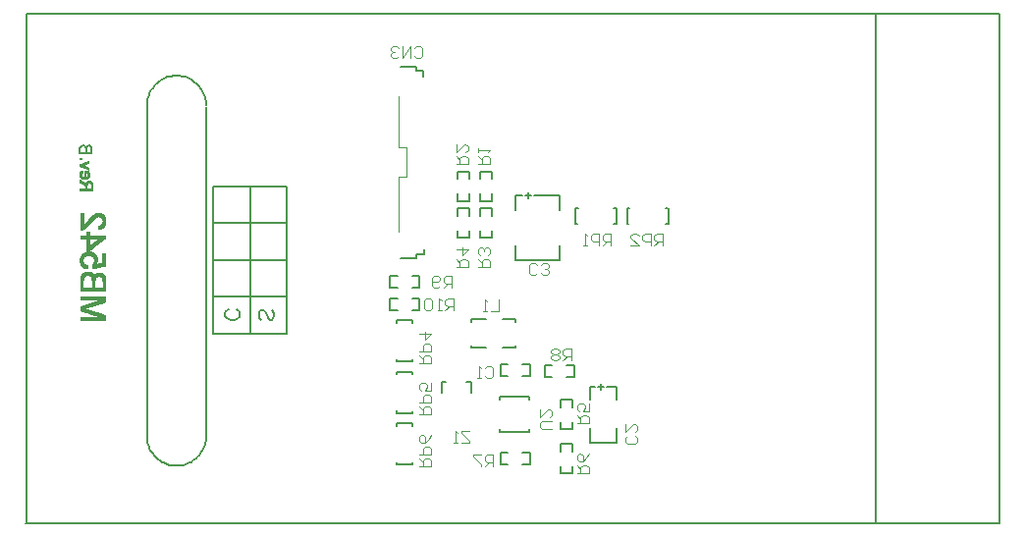
<source format=gbr>
%FSTAX23Y23*%
%MOIN*%
%SFA1B1*%

%IPPOS*%
%ADD16C,0.008000*%
%ADD17C,0.005000*%
%ADD36C,0.006000*%
%ADD37C,0.001000*%
%ADD38C,0.004000*%
%ADD39C,0.003000*%
%LNmb542c-1*%
%LPD*%
G54D16*
X-02221Y-00893D02*
X-02216Y-00896D01*
X-02211Y-009*
X-02209Y-00905*
Y-00915*
X-02211Y-00919*
X-02216Y-00924*
X-02221Y-00927*
X-02228Y-00929*
X-0224*
X-02247Y-00927*
X-02252Y-00924*
X-02257Y-00919*
X-02259Y-00915*
Y-00905*
X-02257Y-009*
X-02252Y-00896*
X-02247Y-00893*
X-02101Y-00896D02*
X-02096Y-009D01*
X-02094Y-00908*
Y-00917*
X-02096Y-00924*
X-02101Y-00929*
X-02106*
X-02111Y-00927*
X-02113Y-00924*
X-02115Y-00919*
X-0212Y-00905*
X-02123Y-009*
X-02125Y-00898*
X-0213Y-00896*
X-02137*
X-02142Y-009*
X-02144Y-00908*
Y-00917*
X-02142Y-00924*
X-02137Y-00929*
G54D17*
X-0124Y-00505D02*
X-0122D01*
X-0123Y-00515D02*
Y-00495D01*
X-00995Y-01155D02*
X-00975D01*
X-00985Y-01165D02*
Y-01145D01*
X-01326Y-01198D02*
Y-01188D01*
X-01226*
Y-01198D02*
Y-01188D01*
X-01326Y-01308D02*
Y-01298D01*
Y-01308D02*
X-01226D01*
Y-01298*
X-02175Y-00975D02*
Y-00475D01*
X-023Y-006D02*
X-0205D01*
X-023Y-00725D02*
X-0205D01*
X-023Y-0085D02*
X-02265D01*
X-02295D02*
X-0205D01*
X-023Y-00975D02*
X-0205D01*
X-023D02*
Y-00475D01*
X-0205*
Y-00975D02*
Y-00475D01*
X-01425Y-01175D02*
Y-0114D01*
X-0144D02*
X-01425D01*
X-01525Y-01175D02*
Y-0114D01*
X-0151*
X-01609Y-00705D02*
X-01582D01*
Y-00689*
X-01586Y-00102D02*
Y-00083D01*
X-0161D02*
X-01586D01*
X-01665Y-00719D02*
X-01609D01*
Y-00705*
X-01665Y-00069D02*
X-0161D01*
Y-00083D02*
Y-00069D01*
X-0005Y-0162D02*
Y00112D01*
X-02712Y-00364D02*
X-02752D01*
X-02712D02*
Y-00347D01*
X-02714Y-00341*
X-02716Y-00339*
X-0272Y-00337*
X-02723*
X-02727Y-00339*
X-02729Y-00341*
X-02731Y-00347*
Y-00364D02*
Y-00347D01*
X-02733Y-00341*
X-02735Y-00339*
X-02739Y-00337*
X-02744*
X-02748Y-00339*
X-0275Y-00341*
X-02752Y-00347*
Y-00364*
X-02525Y-01325D02*
D01*
X-02524Y-01331*
X-02524Y-01338*
X-02522Y-01345*
X-02521Y-01352*
X-02518Y-01359*
X-02516Y-01365*
X-02513Y-01371*
X-02509Y-01377*
X-02505Y-01383*
X-02501Y-01389*
X-02496Y-01394*
X-02491Y-01399*
X-02486Y-01403*
X-0248Y-01407*
X-02475Y-01411*
X-02468Y-01414*
X-02462Y-01417*
X-02455Y-0142*
X-02449Y-01422*
X-02442Y-01423*
X-02435Y-01424*
X-02428Y-01424*
X-02421*
X-02414Y-01424*
X-02407Y-01423*
X-024Y-01422*
X-02394Y-0142*
X-02387Y-01417*
X-02381Y-01414*
X-02374Y-01411*
X-02369Y-01407*
X-02363Y-01403*
X-02358Y-01399*
X-02353Y-01394*
X-02348Y-01389*
X-02344Y-01383*
X-0234Y-01377*
X-02336Y-01371*
X-02333Y-01365*
X-02331Y-01359*
X-02328Y-01352*
X-02327Y-01345*
X-02325Y-01338*
X-02325Y-01331*
X-02325Y-01325*
Y-002D02*
D01*
X-02325Y-00193*
X-02325Y-00186*
X-02327Y-00179*
X-02328Y-00172*
X-02331Y-00165*
X-02333Y-00159*
X-02336Y-00153*
X-0234Y-00147*
X-02344Y-00141*
X-02348Y-00135*
X-02353Y-0013*
X-02358Y-00125*
X-02363Y-00121*
X-02369Y-00117*
X-02375Y-00113*
X-02381Y-0011*
X-02387Y-00107*
X-02394Y-00104*
X-024Y-00102*
X-02407Y-00101*
X-02414Y-001*
X-02421Y-001*
X-02428*
X-02435Y-001*
X-02442Y-00101*
X-02449Y-00102*
X-02455Y-00104*
X-02462Y-00107*
X-02468Y-0011*
X-02475Y-00113*
X-0248Y-00117*
X-02486Y-00121*
X-02491Y-00125*
X-02496Y-0013*
X-02501Y-00135*
X-02505Y-00141*
X-02509Y-00147*
X-02513Y-00153*
X-02516Y-00159*
X-02518Y-00165*
X-02521Y-00172*
X-02522Y-00179*
X-02524Y-00186*
X-02524Y-00193*
X-02525Y-002*
X-02938Y-0162D02*
X0037D01*
X-02935D02*
Y0011D01*
X-02325Y-01325D02*
Y-00205D01*
X-02525Y-01325D02*
Y-002D01*
X0037Y-0162D02*
Y00112D01*
Y-0162D03*
X-02935Y0011D02*
X0037Y00112D01*
G54D36*
X-01275Y-00515D02*
Y-00505D01*
X-0121D02*
X-01125D01*
Y-00725D02*
Y-00675D01*
X-01275Y-00725D02*
X-01125D01*
X-01275D02*
Y-00675D01*
Y-00555D02*
Y-00505D01*
X-01125Y-00555D02*
Y-00505D01*
X-01275D02*
X-0125D01*
X-0093Y-012D02*
Y-01155D01*
X-0102Y-012D02*
Y-01155D01*
Y-01345D02*
Y-01295D01*
Y-01345D02*
X-0093D01*
Y-01295*
X-00965Y-01155D02*
X-0093D01*
X-0102D02*
X-01005D01*
X-01275Y-00935D02*
Y-00926D01*
Y-01024D02*
Y-01015D01*
X-01425Y-01024D02*
Y-01015D01*
Y-00935D02*
Y-00926D01*
X-01317D02*
X-01275D01*
X-01317Y-01024D02*
X-01275D01*
X-01425Y-00926D02*
X-01372D01*
X-01425Y-01024D02*
X-01372D01*
X-01099Y-01122D02*
X-01074D01*
Y-01082*
X-01099D02*
X-01074D01*
X-01174D02*
X-01149D01*
X-01174Y-01122D02*
Y-01082D01*
Y-01122D02*
X-01149D01*
X-01622Y-01245D02*
Y-01239D01*
X-01678Y-01245D02*
X-01622D01*
X-01678D02*
Y-01236D01*
Y-01114D02*
Y-01106D01*
Y-01105D02*
X-01622D01*
Y-01114D02*
Y-01105D01*
X-0125Y-0112D02*
X-01225D01*
Y-0108*
X-0125D02*
X-01225D01*
X-01325D02*
X-013D01*
X-01325Y-0112D02*
Y-0108D01*
Y-0112D02*
X-013D01*
X-01622Y-01289D02*
Y-0128D01*
X-01678D02*
X-01622D01*
X-01678Y-01289D02*
Y-01281D01*
Y-0142D02*
Y-01411D01*
Y-0142D02*
X-01622D01*
Y-01414*
Y-0107D02*
Y-01064D01*
X-01678Y-0107D02*
X-01622D01*
X-01678D02*
Y-01061D01*
Y-00939D02*
Y-00931D01*
Y-0093D02*
X-01622D01*
Y-00939D02*
Y-0093D01*
X-0147Y-0065D02*
Y-00625D01*
Y-0065D02*
X-0143D01*
Y-00625*
Y-00575D02*
Y-0055D01*
X-0147D02*
X-0143D01*
X-0147Y-00575D02*
Y-0055D01*
X-01395Y-0065D02*
Y-00625D01*
Y-0065D02*
X-01355D01*
Y-00625*
Y-00575D02*
Y-0055D01*
X-01395D02*
X-01355D01*
X-01395Y-00575D02*
Y-0055D01*
X-0147Y-00525D02*
Y-005D01*
Y-00525D02*
X-0143D01*
Y-005*
Y-0045D02*
Y-00425D01*
X-0147D02*
X-0143D01*
X-0147Y-0045D02*
Y-00425D01*
X-01395Y-00525D02*
Y-005D01*
Y-00525D02*
X-01355D01*
Y-005*
Y-0045D02*
Y-00425D01*
X-01395D02*
X-01355D01*
X-01395Y-0045D02*
Y-00425D01*
X-0125Y-0142D02*
X-01225D01*
Y-0138*
X-0125D02*
X-01225D01*
X-01325D02*
X-013D01*
X-01325Y-0142D02*
Y-0138D01*
Y-0142D02*
X-013D01*
X-0112Y-0145D02*
Y-01425D01*
Y-0145D02*
X-0108D01*
Y-01425*
Y-01375D02*
Y-0135D01*
X-0112D02*
X-0108D01*
X-0112Y-01375D02*
Y-0135D01*
X-0108Y-01225D02*
Y-012D01*
X-0112D02*
X-0108D01*
X-0112Y-01225D02*
Y-012D01*
Y-013D02*
Y-01275D01*
Y-013D02*
X-0108D01*
Y-01275*
X-00939Y-00603D02*
X-0093D01*
Y-00548*
X-00939D02*
X-00931D01*
X-0107D02*
X-01061D01*
X-0107Y-00603D02*
Y-00548D01*
Y-00603D02*
X-01064D01*
X-00764D02*
X-00755D01*
Y-00548*
X-00764D02*
X-00756D01*
X-00895D02*
X-00886D01*
X-00895Y-00603D02*
Y-00548D01*
Y-00603D02*
X-00889D01*
X-017Y-00895D02*
X-01675D01*
X-017D02*
Y-00855D01*
X-01675*
X-01625D02*
X-016D01*
Y-00895D02*
Y-00855D01*
X-01625Y-00895D02*
X-016D01*
X-01625Y-0082D02*
X-016D01*
Y-0078*
X-01625D02*
X-016D01*
X-017D02*
X-01675D01*
X-017Y-0082D02*
Y-0078D01*
Y-0082D02*
X-01675D01*
G54D37*
X-02751Y-00897D02*
Y-00883D01*
X-02737Y-00901D02*
Y-0089D01*
X-02736Y-00901D02*
Y-0089D01*
X-02735Y-00902D02*
Y-0089D01*
X-02734Y-00902D02*
Y-00891D01*
X-02733Y-00902D02*
Y-00891D01*
X-02732Y-00903D02*
Y-00891D01*
X-02731Y-00903D02*
Y-00892D01*
X-0273Y-00903D02*
Y-00892D01*
X-02729Y-00904D02*
Y-00892D01*
X-02728Y-00904D02*
Y-00892D01*
X-02727Y-00904D02*
Y-00893D01*
X-02726Y-00904D02*
Y-00893D01*
X-02725Y-00905D02*
Y-00893D01*
X-02724Y-00905D02*
Y-00894D01*
X-02723Y-00905D02*
Y-00894D01*
X-02722Y-00906D02*
Y-00894D01*
X-02721Y-00906D02*
Y-00895D01*
X-0272Y-00906D02*
Y-00895D01*
X-02719Y-00907D02*
Y-00895D01*
X-02718Y-00907D02*
Y-00896D01*
X-02717Y-00907D02*
Y-00896D01*
X-02716Y-00908D02*
Y-00896D01*
X-02715Y-00908D02*
Y-00897D01*
X-02714Y-00908D02*
Y-00897D01*
X-02713Y-00909D02*
Y-00897D01*
X-02712Y-00909D02*
Y-00898D01*
X-02711Y-00909D02*
Y-00898D01*
X-0271Y-00909D02*
Y-00898D01*
X-02709Y-0091D02*
Y-00898D01*
X-02708Y-0091D02*
Y-00899D01*
X-02707Y-0091D02*
Y-00899D01*
X-02706Y-00911D02*
Y-00899D01*
X-02705Y-00911D02*
Y-009D01*
X-02704Y-00911D02*
Y-009D01*
X-02703Y-00912D02*
Y-009D01*
X-02702Y-00912D02*
Y-00901D01*
X-02701Y-00912D02*
Y-00901D01*
X-02745Y-0093D02*
Y-00919D01*
X-02666Y-00601D02*
Y-00584D01*
Y-00829D02*
Y-00786D01*
Y-00867D02*
Y-00849D01*
Y-0093D02*
Y-00912D01*
X-02667Y-00604D02*
Y-00581D01*
Y-0065D02*
Y-00641D01*
Y-00745D02*
Y-00702D01*
Y-00829D02*
Y-00782D01*
Y-00867D02*
Y-00849D01*
Y-0093D02*
Y-00912D01*
X-02668Y-00607D02*
Y-00579D01*
Y-00651D02*
Y-00641D01*
Y-00745D02*
Y-00702D01*
Y-00829D02*
Y-0078D01*
Y-00867D02*
Y-00849D01*
Y-0093D02*
Y-00911D01*
X-02669Y-00609D02*
Y-00577D01*
Y-00651D02*
Y-00641D01*
Y-00745D02*
Y-00702D01*
Y-00829D02*
Y-00778D01*
Y-00868D02*
Y-00849D01*
Y-0093D02*
Y-00911D01*
X-0267Y-0061D02*
Y-00575D01*
Y-00652D02*
Y-00641D01*
Y-00745D02*
Y-00702D01*
Y-00829D02*
Y-00777D01*
Y-00868D02*
Y-00849D01*
Y-0093D02*
Y-00911D01*
X-02671Y-00612D02*
Y-00574D01*
Y-00653D02*
Y-00641D01*
Y-00745D02*
Y-00702D01*
Y-00829D02*
Y-00775D01*
Y-00868D02*
Y-00849D01*
Y-0093D02*
Y-00911D01*
X-02672Y-00613D02*
Y-00573D01*
Y-00654D02*
Y-00641D01*
Y-00746D02*
Y-00702D01*
Y-00829D02*
Y-00774D01*
Y-00869D02*
Y-00849D01*
Y-0093D02*
Y-0091D01*
X-02673Y-00614D02*
Y-00572D01*
Y-00655D02*
Y-00641D01*
Y-00746D02*
Y-00702D01*
Y-00829D02*
Y-00773D01*
Y-00869D02*
Y-00849D01*
Y-0093D02*
Y-0091D01*
X-02674Y-00615D02*
Y-00571D01*
Y-00655D02*
Y-00641D01*
Y-00746D02*
Y-00702D01*
Y-00829D02*
Y-00772D01*
Y-00869D02*
Y-00849D01*
Y-0093D02*
Y-0091D01*
X-02675Y-00615D02*
Y-0057D01*
Y-00656D02*
Y-00641D01*
Y-00746D02*
Y-00702D01*
Y-00829D02*
Y-00772D01*
Y-0087D02*
Y-00849D01*
Y-0093D02*
Y-00909D01*
X-02676Y-0059D02*
Y-0057D01*
Y-00616D02*
Y-00595D01*
Y-00657D02*
Y-00641D01*
Y-00746D02*
Y-00702D01*
Y-00795D02*
Y-00771D01*
Y-00829D02*
Y-00818D01*
Y-0087D02*
Y-00849D01*
Y-0093D02*
Y-00909D01*
X-02677Y-00586D02*
Y-00569D01*
Y-00617D02*
Y-006D01*
Y-00658D02*
Y-00641D01*
Y-00747D02*
Y-00702D01*
Y-00787D02*
Y-0077D01*
Y-00829D02*
Y-00818D01*
Y-0087D02*
Y-00849D01*
Y-0093D02*
Y-00909D01*
X-02678Y-00584D02*
Y-00568D01*
Y-00617D02*
Y-00602D01*
Y-00659D02*
Y-00641D01*
Y-00747D02*
Y-00735D01*
Y-00785D02*
Y-0077D01*
Y-00829D02*
Y-00818D01*
Y-00871D02*
Y-00849D01*
Y-0093D02*
Y-00908D01*
X-02679Y-00583D02*
Y-00568D01*
Y-00618D02*
Y-00603D01*
Y-00659D02*
Y-00641D01*
Y-00747D02*
Y-00735D01*
Y-00783D02*
Y-00769D01*
Y-00829D02*
Y-00818D01*
Y-00871D02*
Y-00849D01*
Y-0093D02*
Y-00908D01*
X-0268Y-00581D02*
Y-00567D01*
Y-00618D02*
Y-00605D01*
Y-0066D02*
Y-00641D01*
Y-00747D02*
Y-00735D01*
Y-00782D02*
Y-00769D01*
Y-00829D02*
Y-00818D01*
Y-00871D02*
Y-00849D01*
Y-0093D02*
Y-00908D01*
X-02681Y-0058D02*
Y-00567D01*
Y-00619D02*
Y-00605D01*
Y-00661D02*
Y-00641D01*
Y-00747D02*
Y-00735D01*
Y-00782D02*
Y-00769D01*
Y-00829D02*
Y-00818D01*
Y-00872D02*
Y-00849D01*
Y-0093D02*
Y-00907D01*
X-02682Y-0058D02*
Y-00567D01*
Y-00619D02*
Y-00606D01*
Y-00662D02*
Y-00641D01*
Y-00748D02*
Y-00736D01*
Y-00781D02*
Y-00768D01*
Y-00829D02*
Y-00818D01*
Y-0086D02*
Y-00849D01*
Y-00872D02*
Y-00861D01*
Y-00918D02*
Y-00907D01*
Y-0093D02*
Y-00919D01*
X-02683Y-00579D02*
Y-00566D01*
Y-00619D02*
Y-00607D01*
Y-00663D02*
Y-00641D01*
Y-00748D02*
Y-00736D01*
Y-00781D02*
Y-00768D01*
Y-00829D02*
Y-00818D01*
Y-0086D02*
Y-00849D01*
Y-00872D02*
Y-00861D01*
Y-00918D02*
Y-00907D01*
Y-0093D02*
Y-00919D01*
X-02684Y-00579D02*
Y-00566D01*
Y-00619D02*
Y-00607D01*
Y-00663D02*
Y-00641D01*
Y-00748D02*
Y-00736D01*
Y-0078D02*
Y-00768D01*
Y-00829D02*
Y-00818D01*
Y-0086D02*
Y-00849D01*
Y-00872D02*
Y-00861D01*
Y-00918D02*
Y-00906D01*
Y-0093D02*
Y-00919D01*
X-02685Y-00578D02*
Y-00566D01*
Y-0062D02*
Y-00608D01*
Y-00664D02*
Y-00641D01*
Y-00748D02*
Y-00736D01*
Y-0078D02*
Y-00768D01*
Y-00829D02*
Y-00818D01*
Y-0086D02*
Y-00849D01*
Y-00873D02*
Y-00862D01*
Y-00917D02*
Y-00906D01*
Y-0093D02*
Y-00919D01*
X-02686Y-00578D02*
Y-00566D01*
Y-0062D02*
Y-00608D01*
Y-00665D02*
Y-00641D01*
Y-00748D02*
Y-00736D01*
Y-0078D02*
Y-00768D01*
Y-00829D02*
Y-00818D01*
Y-0086D02*
Y-00849D01*
Y-00873D02*
Y-00862D01*
Y-00917D02*
Y-00906D01*
Y-0093D02*
Y-00919D01*
X-02687Y-00578D02*
Y-00566D01*
Y-0062D02*
Y-00608D01*
Y-00666D02*
Y-00641D01*
Y-00749D02*
Y-00737D01*
Y-00779D02*
Y-00768D01*
Y-00829D02*
Y-00818D01*
Y-0086D02*
Y-00849D01*
Y-00873D02*
Y-00862D01*
Y-00917D02*
Y-00905D01*
Y-0093D02*
Y-00919D01*
X-02688Y-00577D02*
Y-00566D01*
Y-0062D02*
Y-00608D01*
Y-00667D02*
Y-00641D01*
Y-00749D02*
Y-00737D01*
Y-00779D02*
Y-00768D01*
Y-00829D02*
Y-00818D01*
Y-0086D02*
Y-00849D01*
Y-00874D02*
Y-00863D01*
Y-00916D02*
Y-00905D01*
Y-0093D02*
Y-00919D01*
X-02689Y-00577D02*
Y-00566D01*
Y-0062D02*
Y-00609D01*
Y-00652D02*
Y-00641D01*
Y-00667D02*
Y-00653D01*
Y-00749D02*
Y-00737D01*
Y-00779D02*
Y-00768D01*
Y-00829D02*
Y-00818D01*
Y-0086D02*
Y-00849D01*
Y-00874D02*
Y-00863D01*
Y-00916D02*
Y-00905D01*
Y-0093D02*
Y-00919D01*
X-0269Y-00577D02*
Y-00566D01*
Y-00619D02*
Y-00609D01*
Y-00652D02*
Y-00641D01*
Y-00668D02*
Y-00653D01*
Y-00749D02*
Y-00737D01*
Y-00779D02*
Y-00768D01*
Y-00829D02*
Y-00818D01*
Y-0086D02*
Y-00849D01*
Y-00874D02*
Y-00863D01*
Y-00916D02*
Y-00905D01*
Y-0093D02*
Y-00919D01*
X-02691Y-00577D02*
Y-00566D01*
Y-00652D02*
Y-00641D01*
Y-00669D02*
Y-00654D01*
Y-00749D02*
Y-00737D01*
Y-0078D02*
Y-00768D01*
Y-00829D02*
Y-00818D01*
Y-0086D02*
Y-00849D01*
Y-00875D02*
Y-00864D01*
Y-00915D02*
Y-00904D01*
Y-0093D02*
Y-00919D01*
X-02692Y-00578D02*
Y-00566D01*
Y-00652D02*
Y-00641D01*
Y-0067D02*
Y-00655D01*
Y-0075D02*
Y-00738D01*
Y-0078D02*
Y-00768D01*
Y-00829D02*
Y-00818D01*
Y-0086D02*
Y-00849D01*
Y-00875D02*
Y-00864D01*
Y-00915D02*
Y-00904D01*
Y-0093D02*
Y-00919D01*
X-02693Y-00578D02*
Y-00566D01*
Y-00652D02*
Y-00641D01*
Y-0067D02*
Y-00656D01*
Y-0075D02*
Y-00738D01*
Y-0078D02*
Y-00768D01*
Y-00829D02*
Y-00818D01*
Y-0086D02*
Y-00849D01*
Y-00875D02*
Y-00864D01*
Y-00915D02*
Y-00904D01*
Y-0093D02*
Y-00919D01*
X-02694Y-00578D02*
Y-00566D01*
Y-00652D02*
Y-00641D01*
Y-00671D02*
Y-00657D01*
Y-0075D02*
Y-00738D01*
Y-0078D02*
Y-00769D01*
Y-00829D02*
Y-00818D01*
Y-0086D02*
Y-00849D01*
Y-00876D02*
Y-00864D01*
Y-00915D02*
Y-00903D01*
Y-0093D02*
Y-00919D01*
X-02695Y-00578D02*
Y-00566D01*
Y-00652D02*
Y-00641D01*
Y-00672D02*
Y-00657D01*
Y-0073D02*
Y-00716D01*
Y-0075D02*
Y-00738D01*
Y-00781D02*
Y-00769D01*
Y-00829D02*
Y-00818D01*
Y-0086D02*
Y-00849D01*
Y-00876D02*
Y-00865D01*
Y-00914D02*
Y-00903D01*
Y-0093D02*
Y-00919D01*
X-02696Y-00579D02*
Y-00566D01*
Y-00652D02*
Y-00641D01*
Y-00673D02*
Y-00658D01*
Y-00733D02*
Y-00713D01*
Y-0075D02*
Y-00738D01*
Y-00782D02*
Y-0077D01*
Y-00829D02*
Y-00818D01*
Y-0086D02*
Y-00849D01*
Y-00876D02*
Y-00865D01*
Y-00914D02*
Y-00903D01*
Y-0093D02*
Y-00919D01*
X-02697Y-00579D02*
Y-00567D01*
Y-00652D02*
Y-00641D01*
Y-00674D02*
Y-00659D01*
Y-00735D02*
Y-00711D01*
Y-00751D02*
Y-00739D01*
Y-00782D02*
Y-0077D01*
Y-00829D02*
Y-00818D01*
Y-0086D02*
Y-00849D01*
Y-00877D02*
Y-00865D01*
Y-00914D02*
Y-00902D01*
Y-0093D02*
Y-00919D01*
X-02698Y-0058D02*
Y-00567D01*
Y-00652D02*
Y-00641D01*
Y-00674D02*
Y-0066D01*
Y-00737D02*
Y-00709D01*
Y-00751D02*
Y-00739D01*
Y-00784D02*
Y-00771D01*
Y-00829D02*
Y-00818D01*
Y-0086D02*
Y-00849D01*
Y-00877D02*
Y-00866D01*
Y-00913D02*
Y-00902D01*
Y-0093D02*
Y-00919D01*
X-02699Y-0058D02*
Y-00567D01*
Y-00652D02*
Y-00641D01*
Y-00675D02*
Y-00661D01*
Y-00738D02*
Y-00708D01*
Y-00751D02*
Y-00739D01*
Y-00785D02*
Y-00771D01*
Y-00829D02*
Y-00818D01*
Y-0086D02*
Y-00849D01*
Y-00877D02*
Y-00866D01*
Y-00913D02*
Y-00902D01*
Y-0093D02*
Y-00919D01*
X-027Y-00581D02*
Y-00568D01*
Y-00652D02*
Y-00641D01*
Y-00676D02*
Y-00661D01*
Y-00751D02*
Y-00707D01*
Y-00788D02*
Y-00772D01*
Y-00829D02*
Y-00818D01*
Y-0086D02*
Y-00849D01*
Y-00878D02*
Y-00866D01*
Y-00913D02*
Y-00901D01*
Y-0093D02*
Y-00919D01*
X-02701Y-00582D02*
Y-00568D01*
Y-00652D02*
Y-00641D01*
Y-00677D02*
Y-00662D01*
Y-00751D02*
Y-00705D01*
Y-00794D02*
Y-00773D01*
Y-00829D02*
Y-00818D01*
Y-0086D02*
Y-00849D01*
Y-00878D02*
Y-00867D01*
Y-0093D02*
Y-00919D01*
X-0271Y-0049D02*
Y-00464D01*
X-02702Y-00583D02*
Y-00569D01*
Y-00652D02*
Y-00641D01*
Y-00678D02*
Y-00663D01*
Y-00752D02*
Y-00704D01*
Y-00829D02*
Y-00774D01*
Y-0086D02*
Y-00849D01*
Y-00878D02*
Y-00867D01*
Y-0093D02*
Y-00919D01*
X-02711Y-0049D02*
Y-00462D01*
X-02703Y-00583D02*
Y-00569D01*
Y-00652D02*
Y-00641D01*
Y-00678D02*
Y-00664D01*
Y-00752D02*
Y-00703D01*
Y-00829D02*
Y-00775D01*
Y-0086D02*
Y-00849D01*
Y-00879D02*
Y-00867D01*
Y-0093D02*
Y-00919D01*
X-02712Y-0049D02*
Y-0046D01*
X-02704Y-00584D02*
Y-0057D01*
Y-00652D02*
Y-00641D01*
Y-00679D02*
Y-00664D01*
Y-00752D02*
Y-00703D01*
Y-00829D02*
Y-00777D01*
Y-0086D02*
Y-00849D01*
Y-00879D02*
Y-00868D01*
Y-0093D02*
Y-00919D01*
X-02713Y-0049D02*
Y-0046D01*
X-02705Y-00585D02*
Y-0057D01*
Y-00652D02*
Y-00641D01*
Y-0068D02*
Y-00665D01*
Y-00724D02*
Y-00702D01*
Y-00752D02*
Y-00729D01*
Y-00829D02*
Y-00778D01*
Y-0086D02*
Y-00849D01*
Y-00879D02*
Y-00868D01*
Y-0093D02*
Y-00919D01*
X-02714Y-0049D02*
Y-00459D01*
X-02706Y-00586D02*
Y-00571D01*
Y-00652D02*
Y-00641D01*
Y-00681D02*
Y-00666D01*
Y-00719D02*
Y-00701D01*
Y-00752D02*
Y-00734D01*
Y-00829D02*
Y-00777D01*
Y-0086D02*
Y-00849D01*
Y-0088D02*
Y-00868D01*
Y-0093D02*
Y-00919D01*
X-02715Y-00469D02*
Y-00458D01*
Y-0049D02*
Y-00484D01*
X-02707Y-00587D02*
Y-00572D01*
Y-00652D02*
Y-00641D01*
Y-00682D02*
Y-00667D01*
Y-00717D02*
Y-007D01*
Y-00753D02*
Y-00736D01*
Y-00829D02*
Y-00775D01*
Y-0086D02*
Y-00849D01*
Y-0088D02*
Y-00869D01*
Y-0093D02*
Y-00919D01*
X-02716Y-00466D02*
Y-00458D01*
Y-0049D02*
Y-00484D01*
X-02708Y-00588D02*
Y-00573D01*
Y-00652D02*
Y-00641D01*
Y-00682D02*
Y-00668D01*
Y-00715D02*
Y-007D01*
Y-00753D02*
Y-00738D01*
Y-00829D02*
Y-00774D01*
Y-0086D02*
Y-00849D01*
Y-0088D02*
Y-00869D01*
Y-0093D02*
Y-00919D01*
X-02717Y-00465D02*
Y-00457D01*
Y-0049D02*
Y-00484D01*
X-02709Y-00589D02*
Y-00573D01*
Y-00652D02*
Y-00641D01*
Y-00683D02*
Y-00668D01*
Y-00714D02*
Y-00699D01*
Y-00753D02*
Y-00739D01*
Y-00829D02*
Y-00772D01*
Y-0086D02*
Y-00849D01*
Y-0088D02*
Y-00869D01*
Y-0093D02*
Y-00919D01*
X-02718Y-00464D02*
Y-00457D01*
Y-0049D02*
Y-00484D01*
X-0271Y-0059D02*
Y-00574D01*
Y-00652D02*
Y-00641D01*
Y-00684D02*
Y-00669D01*
Y-00713D02*
Y-00699D01*
Y-00753D02*
Y-0074D01*
Y-00829D02*
Y-00771D01*
Y-0086D02*
Y-00849D01*
Y-00881D02*
Y-0087D01*
Y-0093D02*
Y-00919D01*
X-02719Y-00464D02*
Y-00457D01*
Y-0049D02*
Y-00484D01*
X-02711Y-00591D02*
Y-00575D01*
Y-00652D02*
Y-00641D01*
Y-00685D02*
Y-0067D01*
Y-00712D02*
Y-00699D01*
Y-00752D02*
Y-00741D01*
Y-00829D02*
Y-0077D01*
Y-0086D02*
Y-00849D01*
Y-00881D02*
Y-0087D01*
Y-0093D02*
Y-00919D01*
X-0272Y-00464D02*
Y-00457D01*
Y-0049D02*
Y-00484D01*
X-02712Y-00592D02*
Y-00576D01*
Y-00652D02*
Y-00641D01*
Y-00686D02*
Y-00671D01*
Y-00711D02*
Y-00698D01*
Y-00793D02*
Y-00769D01*
Y-00829D02*
Y-00818D01*
Y-0086D02*
Y-00849D01*
Y-00881D02*
Y-0087D01*
Y-0093D02*
Y-00919D01*
X-02721Y-00441D02*
Y-0043D01*
Y-00463D02*
Y-00457D01*
Y-0049D02*
Y-00484D01*
X-02713Y-00593D02*
Y-00577D01*
Y-00652D02*
Y-00641D01*
Y-00686D02*
Y-00672D01*
Y-00711D02*
Y-00698D01*
Y-00786D02*
Y-00769D01*
Y-00829D02*
Y-00818D01*
Y-0086D02*
Y-00849D01*
Y-00882D02*
Y-00871D01*
Y-0093D02*
Y-00919D01*
X-02722Y-00395D02*
Y-00389D01*
Y-00418D02*
Y-00412D01*
Y-00443D02*
Y-00428D01*
Y-00463D02*
Y-00457D01*
Y-0049D02*
Y-00484D01*
X-02714Y-00594D02*
Y-00578D01*
Y-00652D02*
Y-00641D01*
Y-00687D02*
Y-00672D01*
Y-0071D02*
Y-00698D01*
Y-00783D02*
Y-00768D01*
Y-00829D02*
Y-00818D01*
Y-0086D02*
Y-00849D01*
Y-00882D02*
Y-00871D01*
Y-0093D02*
Y-00919D01*
X-02723Y-00395D02*
Y-00389D01*
Y-00418D02*
Y-00412D01*
Y-00444D02*
Y-00426D01*
Y-00464D02*
Y-00457D01*
Y-0049D02*
Y-00484D01*
X-02715Y-00596D02*
Y-00579D01*
Y-00652D02*
Y-00641D01*
Y-00688D02*
Y-00673D01*
Y-0071D02*
Y-00697D01*
Y-00782D02*
Y-00767D01*
Y-00829D02*
Y-00818D01*
Y-0086D02*
Y-00849D01*
Y-00882D02*
Y-00871D01*
Y-0093D02*
Y-00919D01*
X-02724Y-00396D02*
Y-0039D01*
Y-00417D02*
Y-00411D01*
Y-00446D02*
Y-00425D01*
Y-00464D02*
Y-00457D01*
Y-0049D02*
Y-00484D01*
X-02716Y-00597D02*
Y-0058D01*
Y-00652D02*
Y-00641D01*
Y-00689D02*
Y-00674D01*
Y-00709D02*
Y-00697D01*
Y-0078D02*
Y-00767D01*
Y-00829D02*
Y-00818D01*
Y-0086D02*
Y-00849D01*
Y-00883D02*
Y-00871D01*
Y-0093D02*
Y-00919D01*
X-02725Y-00396D02*
Y-0039D01*
Y-00417D02*
Y-00411D01*
Y-00446D02*
Y-00424D01*
Y-00464D02*
Y-00457D01*
Y-0049D02*
Y-00484D01*
X-02717Y-00598D02*
Y-00581D01*
Y-00652D02*
Y-00641D01*
Y-00689D02*
Y-00675D01*
Y-00709D02*
Y-00697D01*
Y-00779D02*
Y-00766D01*
Y-00829D02*
Y-00818D01*
Y-0086D02*
Y-00849D01*
Y-00883D02*
Y-00872D01*
Y-0093D02*
Y-00919D01*
X-02726Y-00396D02*
Y-0039D01*
Y-00417D02*
Y-00411D01*
Y-00434D02*
Y-00424D01*
Y-00447D02*
Y-00437D01*
Y-00465D02*
Y-00457D01*
Y-0049D02*
Y-00484D01*
X-02718Y-00599D02*
Y-00582D01*
Y-00652D02*
Y-00641D01*
Y-0069D02*
Y-00676D01*
Y-00709D02*
Y-00697D01*
Y-00779D02*
Y-00766D01*
Y-00829D02*
Y-00818D01*
Y-0086D02*
Y-00849D01*
Y-00883D02*
Y-00872D01*
Y-0093D02*
Y-00919D01*
X-02727Y-00397D02*
Y-00391D01*
Y-00416D02*
Y-0041D01*
Y-0043D02*
Y-00423D01*
Y-00448D02*
Y-0044D01*
Y-00466D02*
Y-00458D01*
Y-0049D02*
Y-00484D01*
X-02719Y-006D02*
Y-00583D01*
Y-00652D02*
Y-00641D01*
Y-00691D02*
Y-00676D01*
Y-00709D02*
Y-00697D01*
Y-00778D02*
Y-00766D01*
Y-00829D02*
Y-00818D01*
Y-0086D02*
Y-00849D01*
Y-00884D02*
Y-00872D01*
Y-0093D02*
Y-00919D01*
X-02728Y-00397D02*
Y-00391D01*
Y-00416D02*
Y-0041D01*
Y-00429D02*
Y-00422D01*
Y-00449D02*
Y-00442D01*
Y-0047D02*
Y-00458D01*
Y-0049D02*
Y-00484D01*
X-0272Y-00602D02*
Y-00584D01*
Y-00691D02*
Y-0063D01*
Y-00709D02*
Y-00697D01*
Y-00778D02*
Y-00765D01*
Y-00829D02*
Y-00818D01*
Y-0086D02*
Y-00849D01*
Y-00884D02*
Y-00873D01*
Y-0093D02*
Y-00919D01*
X-02729Y-00398D02*
Y-00391D01*
Y-00416D02*
Y-00409D01*
Y-00428D02*
Y-00422D01*
Y-00449D02*
Y-00443D01*
Y-0049D02*
Y-00459D01*
X-02721Y-00603D02*
Y-00585D01*
Y-00691D02*
Y-0063D01*
Y-00708D02*
Y-00697D01*
Y-00777D02*
Y-00765D01*
Y-00829D02*
Y-00818D01*
Y-0086D02*
Y-00849D01*
Y-00884D02*
Y-00873D01*
Y-0093D02*
Y-00919D01*
X-0273Y-00398D02*
Y-00392D01*
Y-00415D02*
Y-00409D01*
Y-00427D02*
Y-00422D01*
Y-00449D02*
Y-00444D01*
Y-0049D02*
Y-0046D01*
X-02722Y-00604D02*
Y-00586D01*
Y-00691D02*
Y-0063D01*
Y-00708D02*
Y-00697D01*
Y-00777D02*
Y-00765D01*
Y-00829D02*
Y-00818D01*
Y-0086D02*
Y-00849D01*
Y-00885D02*
Y-00873D01*
Y-0093D02*
Y-00919D01*
X-02731Y-00398D02*
Y-00392D01*
Y-00415D02*
Y-00409D01*
Y-00427D02*
Y-00421D01*
Y-0045D02*
Y-00444D01*
Y-0049D02*
Y-00461D01*
X-02723Y-00605D02*
Y-00587D01*
Y-00691D02*
Y-0063D01*
Y-00708D02*
Y-00697D01*
Y-00777D02*
Y-00765D01*
Y-00829D02*
Y-00818D01*
Y-0086D02*
Y-00849D01*
Y-00885D02*
Y-00874D01*
Y-0093D02*
Y-00919D01*
X-02732Y-00399D02*
Y-00393D01*
Y-00414D02*
Y-00408D01*
Y-00427D02*
Y-00421D01*
Y-0045D02*
Y-00444D01*
Y-0049D02*
Y-00462D01*
X-02724Y-00606D02*
Y-00589D01*
Y-00691D02*
Y-0063D01*
Y-00708D02*
Y-00697D01*
Y-00777D02*
Y-00765D01*
Y-00829D02*
Y-00818D01*
Y-0086D02*
Y-00849D01*
Y-00885D02*
Y-00874D01*
Y-0093D02*
Y-00919D01*
X-02733Y-00399D02*
Y-00393D01*
Y-00414D02*
Y-00408D01*
Y-00426D02*
Y-00421D01*
Y-0045D02*
Y-00445D01*
Y-0049D02*
Y-00465D01*
X-02725Y-00607D02*
Y-0059D01*
Y-00691D02*
Y-0063D01*
Y-00708D02*
Y-00697D01*
Y-00829D02*
Y-00818D01*
Y-0086D02*
Y-00849D01*
Y-00886D02*
Y-00874D01*
Y-0093D02*
Y-00919D01*
X-02734Y-00399D02*
Y-00393D01*
Y-00414D02*
Y-00407D01*
Y-0045D02*
Y-00421D01*
Y-00476D02*
Y-00467D01*
Y-0049D02*
Y-00484D01*
X-02726Y-00608D02*
Y-00591D01*
Y-00691D02*
Y-0063D01*
Y-00709D02*
Y-00697D01*
Y-00776D02*
Y-00765D01*
Y-00829D02*
Y-00818D01*
Y-0086D02*
Y-00849D01*
Y-00886D02*
Y-00875D01*
Y-0093D02*
Y-00919D01*
X-02735Y-004D02*
Y-00394D01*
Y-00413D02*
Y-00407D01*
Y-0045D02*
Y-00421D01*
Y-00473D02*
Y-00465D01*
Y-0049D02*
Y-00484D01*
X-02727Y-00609D02*
Y-00592D01*
Y-00691D02*
Y-0063D01*
Y-00709D02*
Y-00697D01*
Y-00776D02*
Y-00765D01*
Y-00829D02*
Y-00818D01*
Y-0086D02*
Y-00849D01*
Y-00886D02*
Y-00875D01*
Y-0093D02*
Y-00919D01*
X-02736Y-004D02*
Y-00394D01*
Y-00413D02*
Y-00407D01*
Y-0045D02*
Y-00421D01*
Y-00472D02*
Y-00464D01*
Y-0049D02*
Y-00484D01*
X-02728Y-0061D02*
Y-00593D01*
Y-00691D02*
Y-0063D01*
Y-00709D02*
Y-00697D01*
Y-00753D02*
Y-00743D01*
Y-00776D02*
Y-00765D01*
Y-00829D02*
Y-00818D01*
Y-0086D02*
Y-00849D01*
Y-00887D02*
Y-00875D01*
Y-0093D02*
Y-00919D01*
X-02737Y-00401D02*
Y-00395D01*
Y-00412D02*
Y-00406D01*
Y-0045D02*
Y-00421D01*
Y-00471D02*
Y-00463D01*
Y-0049D02*
Y-00484D01*
X-02729Y-00611D02*
Y-00595D01*
Y-00691D02*
Y-0063D01*
Y-00709D02*
Y-00697D01*
Y-00754D02*
Y-00742D01*
Y-00777D02*
Y-00765D01*
Y-00829D02*
Y-00818D01*
Y-0086D02*
Y-00849D01*
Y-00887D02*
Y-00876D01*
Y-0093D02*
Y-00919D01*
X-02738Y-00401D02*
Y-00395D01*
Y-00412D02*
Y-00406D01*
Y-0045D02*
Y-00421D01*
Y-0047D02*
Y-00462D01*
Y-0049D02*
Y-00484D01*
X-0273Y-00612D02*
Y-00596D01*
Y-00691D02*
Y-0063D01*
Y-00709D02*
Y-00697D01*
Y-00754D02*
Y-00742D01*
Y-00777D02*
Y-00765D01*
Y-00829D02*
Y-00818D01*
Y-0086D02*
Y-00849D01*
Y-00887D02*
Y-00876D01*
Y-0093D02*
Y-00919D01*
X-02739Y-00401D02*
Y-00395D01*
Y-00412D02*
Y-00406D01*
Y-0045D02*
Y-00445D01*
Y-00469D02*
Y-00462D01*
Y-0049D02*
Y-00484D01*
X-02731Y-00613D02*
Y-00597D01*
Y-00652D02*
Y-00641D01*
Y-0071D02*
Y-00698D01*
Y-00754D02*
Y-00742D01*
Y-00777D02*
Y-00765D01*
Y-00829D02*
Y-00818D01*
Y-0086D02*
Y-00849D01*
Y-00887D02*
Y-00876D01*
Y-0093D02*
Y-00919D01*
X-0274Y-00402D02*
Y-00396D01*
Y-00411D02*
Y-00405D01*
Y-0045D02*
Y-00444D01*
Y-00469D02*
Y-00461D01*
Y-0049D02*
Y-00484D01*
X-02732Y-00614D02*
Y-00598D01*
Y-00652D02*
Y-00641D01*
Y-0071D02*
Y-00698D01*
Y-00754D02*
Y-00741D01*
Y-00777D02*
Y-00765D01*
Y-00829D02*
Y-00818D01*
Y-0086D02*
Y-00849D01*
Y-00888D02*
Y-00877D01*
Y-0093D02*
Y-00919D01*
X-02741Y-00402D02*
Y-00396D01*
Y-00411D02*
Y-00405D01*
Y-0045D02*
Y-00444D01*
Y-00468D02*
Y-0046D01*
Y-0049D02*
Y-00484D01*
X-02733Y-00615D02*
Y-00599D01*
Y-00652D02*
Y-00641D01*
Y-00711D02*
Y-00698D01*
Y-00754D02*
Y-00741D01*
Y-00778D02*
Y-00765D01*
Y-00829D02*
Y-00818D01*
Y-0086D02*
Y-00849D01*
Y-00888D02*
Y-00877D01*
Y-0093D02*
Y-00919D01*
X-02742Y-00403D02*
Y-00396D01*
Y-0041D02*
Y-00404D01*
Y-0045D02*
Y-00444D01*
Y-00467D02*
Y-0046D01*
Y-0049D02*
Y-00484D01*
X-02734Y-00615D02*
Y-00601D01*
Y-00652D02*
Y-00641D01*
Y-00711D02*
Y-00699D01*
Y-00753D02*
Y-00741D01*
Y-00778D02*
Y-00766D01*
Y-00829D02*
Y-00818D01*
Y-0086D02*
Y-00849D01*
Y-00888D02*
Y-00877D01*
Y-0093D02*
Y-00919D01*
X-02743Y-00403D02*
Y-00397D01*
Y-0041D02*
Y-00404D01*
Y-00427D02*
Y-00422D01*
Y-0045D02*
Y-00444D01*
Y-00467D02*
Y-00459D01*
Y-0049D02*
Y-00484D01*
X-02735Y-00616D02*
Y-00602D01*
Y-00652D02*
Y-00641D01*
Y-00712D02*
Y-00699D01*
Y-00753D02*
Y-0074D01*
Y-00779D02*
Y-00766D01*
Y-00829D02*
Y-00818D01*
Y-0086D02*
Y-00849D01*
Y-00889D02*
Y-00877D01*
Y-0093D02*
Y-00919D01*
X-02744Y-00403D02*
Y-00397D01*
Y-0041D02*
Y-00404D01*
Y-00427D02*
Y-00421D01*
Y-00449D02*
Y-00443D01*
Y-00466D02*
Y-00458D01*
Y-0049D02*
Y-00484D01*
X-02736Y-00617D02*
Y-00603D01*
Y-00652D02*
Y-00641D01*
Y-00712D02*
Y-007D01*
Y-00753D02*
Y-00739D01*
Y-0078D02*
Y-00766D01*
Y-00829D02*
Y-00818D01*
Y-0086D02*
Y-00849D01*
Y-00889D02*
Y-00878D01*
Y-0093D02*
Y-00919D01*
X-02745Y-00409D02*
Y-00398D01*
Y-00428D02*
Y-00421D01*
Y-00449D02*
Y-00442D01*
Y-00466D02*
Y-00458D01*
Y-0049D02*
Y-00484D01*
X-02737Y-00617D02*
Y-00604D01*
Y-00652D02*
Y-00641D01*
Y-00713D02*
Y-007D01*
Y-00752D02*
Y-00739D01*
Y-0078D02*
Y-00767D01*
Y-00829D02*
Y-00818D01*
Y-0086D02*
Y-00849D01*
Y-00889D02*
Y-00878D01*
Y-0093D02*
Y-00919D01*
X-02746Y-00409D02*
Y-00398D01*
Y-00429D02*
Y-00422D01*
Y-00449D02*
Y-00441D01*
Y-00465D02*
Y-00457D01*
Y-0049D02*
Y-00484D01*
X-02738Y-00618D02*
Y-00605D01*
Y-00652D02*
Y-00641D01*
Y-00714D02*
Y-00701D01*
Y-00752D02*
Y-00738D01*
Y-00782D02*
Y-00767D01*
Y-00829D02*
Y-00818D01*
Y-0086D02*
Y-00849D01*
Y-00901D02*
Y-00878D01*
Y-0093D02*
Y-00919D01*
X-02747Y-00409D02*
Y-00398D01*
Y-0043D02*
Y-00422D01*
Y-00448D02*
Y-0044D01*
Y-00464D02*
Y-00456D01*
Y-0049D02*
Y-00484D01*
X-02739Y-00618D02*
Y-00605D01*
Y-00652D02*
Y-00641D01*
Y-00716D02*
Y-00701D01*
Y-00751D02*
Y-00737D01*
Y-00783D02*
Y-00768D01*
Y-00829D02*
Y-00818D01*
Y-0086D02*
Y-00849D01*
Y-009D02*
Y-00879D01*
Y-0093D02*
Y-00919D01*
X-02748Y-00383D02*
Y-00378D01*
Y-00408D02*
Y-00399D01*
Y-00433D02*
Y-00423D01*
Y-00447D02*
Y-00437D01*
Y-00464D02*
Y-00456D01*
Y-0049D02*
Y-00484D01*
X-0274Y-00619D02*
Y-00606D01*
Y-00652D02*
Y-00641D01*
Y-00717D02*
Y-00702D01*
Y-00751D02*
Y-00735D01*
Y-00786D02*
Y-00768D01*
Y-00829D02*
Y-00818D01*
Y-0086D02*
Y-00849D01*
Y-009D02*
Y-00879D01*
Y-0093D02*
Y-00919D01*
X-02749Y-00383D02*
Y-00378D01*
Y-00408D02*
Y-00399D01*
Y-00447D02*
Y-00423D01*
Y-00463D02*
Y-00455D01*
Y-0049D02*
Y-00484D01*
X-02741Y-00619D02*
Y-00565D01*
Y-00652D02*
Y-00641D01*
Y-00719D02*
Y-00702D01*
Y-0075D02*
Y-00733D01*
Y-00792D02*
Y-00769D01*
Y-00829D02*
Y-00818D01*
Y-0086D02*
Y-00849D01*
Y-009D02*
Y-00879D01*
Y-0093D02*
Y-00919D01*
X-0275Y-00383D02*
Y-00378D01*
Y-00407D02*
Y-004D01*
Y-00446D02*
Y-00424D01*
Y-00462D02*
Y-00455D01*
Y-0049D02*
Y-00484D01*
X-02742Y-0062D02*
Y-00565D01*
Y-00652D02*
Y-00641D01*
Y-00724D02*
Y-00703D01*
Y-0075D02*
Y-00729D01*
Y-00829D02*
Y-0077D01*
Y-0086D02*
Y-00849D01*
Y-00899D02*
Y-0088D01*
Y-0093D02*
Y-00919D01*
X-02751Y-00383D02*
Y-00378D01*
Y-00407D02*
Y-004D01*
Y-00445D02*
Y-00426D01*
Y-00462D02*
Y-00454D01*
Y-0049D02*
Y-00484D01*
X-02743Y-0062D02*
Y-00565D01*
Y-00652D02*
Y-00641D01*
Y-00749D02*
Y-00704D01*
Y-00829D02*
Y-0077D01*
Y-0086D02*
Y-00849D01*
Y-00899D02*
Y-0088D01*
Y-0093D02*
Y-00919D01*
X-02752Y-00383D02*
Y-00378D01*
Y-00407D02*
Y-004D01*
Y-00443D02*
Y-00427D01*
Y-00461D02*
Y-00453D01*
Y-0049D02*
Y-00484D01*
X-02744Y-0062D02*
Y-00565D01*
Y-00652D02*
Y-00641D01*
Y-00748D02*
Y-00705D01*
Y-00829D02*
Y-00771D01*
Y-0086D02*
Y-00849D01*
Y-00899D02*
Y-0088D01*
Y-0093D02*
Y-00919D01*
X-02753Y-00441D02*
Y-00429D01*
X-02745Y-00621D02*
Y-00565D01*
Y-00652D02*
Y-00641D01*
Y-00747D02*
Y-00706D01*
Y-00829D02*
Y-00772D01*
Y-0086D02*
Y-00849D01*
Y-00898D02*
Y-00881D01*
X-02746Y-00621D02*
Y-00565D01*
Y-00652D02*
Y-00641D01*
Y-00746D02*
Y-00707D01*
Y-00829D02*
Y-00773D01*
Y-0086D02*
Y-00849D01*
Y-00898D02*
Y-00881D01*
Y-0093D02*
Y-00919D01*
X-02747Y-00621D02*
Y-00565D01*
Y-00652D02*
Y-00641D01*
Y-00745D02*
Y-00708D01*
Y-00829D02*
Y-00775D01*
Y-0086D02*
Y-00849D01*
Y-00898D02*
Y-00881D01*
Y-0093D02*
Y-00919D01*
X-02748Y-00621D02*
Y-00565D01*
Y-00652D02*
Y-00641D01*
Y-00744D02*
Y-00709D01*
Y-00829D02*
Y-00776D01*
Y-0086D02*
Y-00849D01*
Y-00898D02*
Y-00882D01*
Y-0093D02*
Y-00919D01*
X-02749Y-00621D02*
Y-00565D01*
Y-00652D02*
Y-00641D01*
Y-00742D02*
Y-00711D01*
Y-00829D02*
Y-00779D01*
Y-0086D02*
Y-00849D01*
Y-00897D02*
Y-00882D01*
Y-0093D02*
Y-00919D01*
X-0275Y-00621D02*
Y-00565D01*
Y-00652D02*
Y-00641D01*
Y-0074D02*
Y-00713D01*
Y-00829D02*
Y-00781D01*
Y-0086D02*
Y-00849D01*
Y-00897D02*
Y-00882D01*
Y-0093D02*
Y-00919D01*
X-02751Y-00621D02*
Y-00565D01*
Y-00652D02*
Y-00641D01*
Y-00738D02*
Y-00715D01*
Y-00829D02*
Y-00785D01*
Y-0086D02*
Y-00849D01*
Y-0093D02*
Y-00919D01*
X-02752Y-00734D02*
Y-00718D01*
X-02725Y-00776D02*
Y-00765D01*
G54D38*
X-016Y-0125D02*
X-0156D01*
Y-0123*
X-01567Y-01223*
X-0158*
X-01587Y-0123*
Y-0125*
Y-01237D02*
X-016Y-01223D01*
Y-0121D02*
X-0156D01*
Y-0119*
X-01567Y-01183*
X-0158*
X-01587Y-0119*
Y-0121*
X-0156Y-01143D02*
Y-0117D01*
X-0158*
X-01573Y-01157*
Y-0115*
X-0158Y-01143*
X-01593*
X-016Y-0115*
Y-01163*
X-01593Y-0117*
X-016Y-01075D02*
X-0156D01*
Y-01055*
X-01567Y-01048*
X-0158*
X-01587Y-01055*
Y-01075*
Y-01062D02*
X-016Y-01048D01*
Y-01035D02*
X-0156D01*
Y-01015*
X-01567Y-01008*
X-0158*
X-01587Y-01015*
Y-01035*
X-016Y-00975D02*
X-0156D01*
X-0158Y-00995*
Y-00968*
X-00775Y-00675D02*
Y-00635D01*
X-00795*
X-00802Y-00642*
Y-00655*
X-00795Y-00662*
X-00775*
X-00788D02*
X-00802Y-00675D01*
X-00815D02*
Y-00635D01*
X-00835*
X-00842Y-00642*
Y-00655*
X-00835Y-00662*
X-00815*
X-00882Y-00675D02*
X-00855D01*
X-00882Y-00648*
Y-00642*
X-00875Y-00635*
X-00862*
X-00855Y-00642*
X-0095Y-00675D02*
Y-00635D01*
X-0097*
X-00977Y-00642*
Y-00655*
X-0097Y-00662*
X-0095*
X-00963D02*
X-00977Y-00675D01*
X-0099D02*
Y-00635D01*
X-0101*
X-01017Y-00642*
Y-00655*
X-0101Y-00662*
X-0099*
X-0103Y-00675D02*
X-01043D01*
X-01037*
Y-00635*
X-0103Y-00642*
X-0143Y-01305D02*
X-01457D01*
Y-01312*
X-0143Y-01338*
Y-01345*
X-01457*
X-0147D02*
X-01483D01*
X-01477*
Y-01305*
X-0147Y-01312*
X-0115Y-013D02*
X-01183D01*
X-0119Y-01293*
Y-0128*
X-01183Y-01273*
X-0115*
X-0119Y-01233D02*
Y-0126D01*
X-01163Y-01233*
X-01157*
X-0115Y-0124*
Y-01253*
X-01157Y-0126*
X-01617Y-00007D02*
X-0161Y0D01*
X-01597*
X-0159Y-00007*
Y-00033*
X-01597Y-0004*
X-0161*
X-01617Y-00033*
X-0163Y-0004D02*
Y0D01*
X-01657Y-0004*
Y0*
X-0167Y-00007D02*
X-01677Y0D01*
X-0169*
X-01697Y-00007*
Y-00013*
X-0169Y-0002*
X-01683*
X-0169*
X-01697Y-00027*
Y-00033*
X-0169Y-0004*
X-01677*
X-0167Y-00033*
X-01085Y-01065D02*
Y-01025D01*
X-01105*
X-01112Y-01032*
Y-01045*
X-01105Y-01052*
X-01085*
X-01098D02*
X-01112Y-01065D01*
X-01125Y-01032D02*
X-01132Y-01025D01*
X-01145*
X-01152Y-01032*
Y-01038*
X-01145Y-01045*
X-01152Y-01052*
Y-01058*
X-01145Y-01065*
X-01132*
X-01125Y-01058*
Y-01052*
X-01132Y-01045*
X-01125Y-01038*
Y-01032*
X-01132Y-01045D02*
X-01145D01*
X-0135Y-01425D02*
Y-01385D01*
X-0137*
X-01377Y-01392*
Y-01405*
X-0137Y-01412*
X-0135*
X-01363D02*
X-01377Y-01425D01*
X-0139Y-01385D02*
X-01417D01*
Y-01392*
X-0139Y-01418*
Y-01425*
X-01065Y-0145D02*
X-01025D01*
Y-0143*
X-01032Y-01423*
X-01045*
X-01052Y-0143*
Y-0145*
Y-01437D02*
X-01065Y-01423D01*
X-01025Y-01383D02*
X-01032Y-01397D01*
X-01045Y-0141*
X-01058*
X-01065Y-01403*
Y-0139*
X-01058Y-01383*
X-01052*
X-01045Y-0139*
Y-0141*
X-01065Y-0128D02*
X-01025D01*
Y-0126*
X-01032Y-01253*
X-01045*
X-01052Y-0126*
Y-0128*
Y-01267D02*
X-01065Y-01253D01*
X-01025Y-01213D02*
Y-0124D01*
X-01045*
X-01038Y-01227*
Y-0122*
X-01045Y-01213*
X-01058*
X-01065Y-0122*
Y-01233*
X-01058Y-0124*
X-01475Y-0075D02*
X-01435D01*
Y-0073*
X-01442Y-00723*
X-01455*
X-01462Y-0073*
Y-0075*
Y-00737D02*
X-01475Y-00723D01*
Y-0069D02*
X-01435D01*
X-01455Y-0071*
Y-00683*
X-014Y-0075D02*
X-0136D01*
Y-0073*
X-01367Y-00723*
X-0138*
X-01387Y-0073*
Y-0075*
Y-00737D02*
X-014Y-00723D01*
X-01367Y-0071D02*
X-0136Y-00703D01*
Y-0069*
X-01367Y-00683*
X-01373*
X-0138Y-0069*
Y-00697*
Y-0069*
X-01387Y-00683*
X-01393*
X-014Y-0069*
Y-00703*
X-01393Y-0071*
X-01475Y-004D02*
X-01435D01*
Y-0038*
X-01442Y-00373*
X-01455*
X-01462Y-0038*
Y-004*
Y-00387D02*
X-01475Y-00373D01*
Y-00333D02*
Y-0036D01*
X-01448Y-00333*
X-01442*
X-01435Y-0034*
Y-00353*
X-01442Y-0036*
X-014Y-004D02*
X-0136D01*
Y-0038*
X-01367Y-00373*
X-0138*
X-01387Y-0038*
Y-004*
Y-00387D02*
X-014Y-00373D01*
Y-0036D02*
Y-00347D01*
Y-00353*
X-0136*
X-01367Y-0036*
X-0133Y-0086D02*
Y-009D01*
X-01357*
X-0137D02*
X-01383D01*
X-01377*
Y-0086*
X-0137Y-00867*
X-00867Y-01323D02*
X-0086Y-0133D01*
Y-01343*
X-00867Y-0135*
X-00893*
X-009Y-01343*
Y-0133*
X-00893Y-01323*
X-009Y-01283D02*
Y-0131D01*
X-00873Y-01283*
X-00867*
X-0086Y-0129*
Y-01303*
X-00867Y-0131*
X-01377Y-01092D02*
X-0137Y-01085D01*
X-01357*
X-0135Y-01092*
Y-01118*
X-01357Y-01125*
X-0137*
X-01377Y-01118*
X-0139Y-01125D02*
X-01403D01*
X-01397*
Y-01085*
X-0139Y-01092*
X-016Y-01425D02*
X-0156D01*
Y-01405*
X-01567Y-01398*
X-0158*
X-01587Y-01405*
Y-01425*
Y-01412D02*
X-016Y-01398D01*
Y-01385D02*
X-0156D01*
Y-01365*
X-01567Y-01358*
X-0158*
X-01587Y-01365*
Y-01385*
X-0156Y-01318D02*
X-01567Y-01332D01*
X-0158Y-01345*
X-01593*
X-016Y-01338*
Y-01325*
X-01593Y-01318*
X-01587*
X-0158Y-01325*
Y-01345*
X-01485Y-00895D02*
Y-00855D01*
X-01505*
X-01512Y-00862*
Y-00875*
X-01505Y-00882*
X-01485*
X-01498D02*
X-01512Y-00895D01*
X-01525D02*
X-01538D01*
X-01532*
Y-00855*
X-01525Y-00862*
X-01558D02*
X-01565Y-00855D01*
X-01578*
X-01585Y-00862*
Y-00888*
X-01578Y-00895*
X-01565*
X-01558Y-00888*
Y-00862*
X-0149Y-0082D02*
Y-0078D01*
X-0151*
X-01517Y-00787*
Y-008*
X-0151Y-00807*
X-0149*
X-01503D02*
X-01517Y-0082D01*
X-0153Y-00814D02*
X-01537Y-0082D01*
X-0155*
X-01557Y-00814*
Y-00787*
X-0155Y-0078*
X-01537*
X-0153Y-00787*
Y-00794*
X-01537Y-008*
X-01557*
X-01199Y-00744D02*
X-01206Y-00737D01*
X-01219*
X-01226Y-00744*
Y-0077*
X-01219Y-00777*
X-01206*
X-01199Y-0077*
X-01186Y-00744D02*
X-01179Y-00737D01*
X-01166*
X-01159Y-00744*
Y-0075*
X-01166Y-00757*
X-01173*
X-01166*
X-01159Y-00764*
Y-0077*
X-01166Y-00777*
X-01179*
X-01186Y-0077*
G54D39*
X-0167Y-00344D02*
Y-00169D01*
Y-00629D02*
Y-00444D01*
Y-00344D02*
X-01645D01*
Y-00444D02*
Y-00344D01*
X-0167Y-00444D02*
X-01645D01*
M02*
</source>
